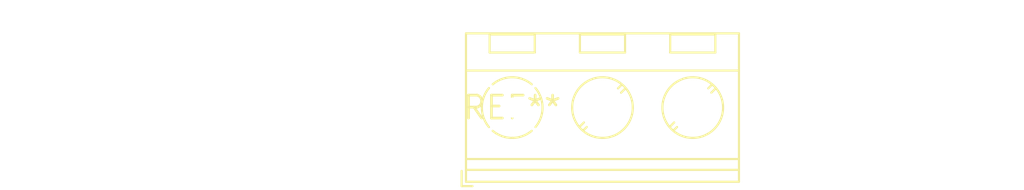
<source format=kicad_pcb>
(kicad_pcb (version 20240108) (generator pcbnew)
  (layers (0 "F.Cu" signal) (31 "B.Cu" signal) (34 "B.Paste" user) (35 "F.Paste" user) (36 "B.SilkS" user "B.Silkscreen") (37 "F.SilkS" user "F.Silkscreen") (38 "B.Mask" user) (39 "F.Mask" user) (44 "Edge.Cuts" user))
  (net 0 "")
  (footprint "TerminalBlock_RND_205-00046_1x03_P5.00mm_Horizontal" (layer "F.Cu") (at 0 0)
    (property "Reference" "REF**")
    (property "Value" "TerminalBlock_RND_205-00046_1x03_P5.00mm_Horizontal")
    (fp_line (start -2.8 3.51) (end -2.8 4.35) (layer "F.SilkS") (stroke (width 0.12)))
    (fp_line (start -2.8 4.35) (end -2.2 4.35) (layer "F.SilkS") (stroke (width 0.12)))
    (fp_line (start -2.56 -4.11) (end -2.56 4.11) (layer "F.SilkS") (stroke (width 0.12)))
    (fp_line (start -2.56 -4.11) (end 12.56 -4.11) (layer "F.SilkS") (stroke (width 0.12)))
    (fp_line (start -2.56 -2.05) (end 12.56 -2.05) (layer "F.SilkS") (stroke (width 0.12)))
    (fp_line (start -2.56 2.85) (end 12.56 2.85) (layer "F.SilkS") (stroke (width 0.12)))
    (fp_line (start -2.56 3.45) (end 12.56 3.45) (layer "F.SilkS") (stroke (width 0.12)))
    (fp_line (start -2.56 4.11) (end 12.56 4.11) (layer "F.SilkS") (stroke (width 0.12)))
    (fp_line (start -1.25 -4.05) (end -1.25 -3.05) (layer "F.SilkS") (stroke (width 0.12)))
    (fp_line (start -1.25 -4.05) (end 1.25 -4.05) (layer "F.SilkS") (stroke (width 0.12)))
    (fp_line (start -1.25 -3.05) (end 1.25 -3.05) (layer "F.SilkS") (stroke (width 0.12)))
    (fp_line (start 1.25 -4.05) (end 1.25 -3.05) (layer "F.SilkS") (stroke (width 0.12)))
    (fp_line (start 3.75 -4.05) (end 3.75 -3.05) (layer "F.SilkS") (stroke (width 0.12)))
    (fp_line (start 3.75 -4.05) (end 6.25 -4.05) (layer "F.SilkS") (stroke (width 0.12)))
    (fp_line (start 3.75 -3.05) (end 6.25 -3.05) (layer "F.SilkS") (stroke (width 0.12)))
    (fp_line (start 3.972 0.823) (end 3.726 1.069) (layer "F.SilkS") (stroke (width 0.12)))
    (fp_line (start 4.13 1.075) (end 3.931 1.274) (layer "F.SilkS") (stroke (width 0.12)))
    (fp_line (start 6.07 -1.275) (end 5.859 -1.064) (layer "F.SilkS") (stroke (width 0.12)))
    (fp_line (start 6.25 -4.05) (end 6.25 -3.05) (layer "F.SilkS") (stroke (width 0.12)))
    (fp_line (start 6.275 -1.069) (end 6.029 -0.823) (layer "F.SilkS") (stroke (width 0.12)))
    (fp_line (start 8.75 -4.05) (end 8.75 -3.05) (layer "F.SilkS") (stroke (width 0.12)))
    (fp_line (start 8.75 -4.05) (end 11.25 -4.05) (layer "F.SilkS") (stroke (width 0.12)))
    (fp_line (start 8.75 -3.05) (end 11.25 -3.05) (layer "F.SilkS") (stroke (width 0.12)))
    (fp_line (start 8.972 0.823) (end 8.726 1.069) (layer "F.SilkS") (stroke (width 0.12)))
    (fp_line (start 9.13 1.075) (end 8.931 1.274) (layer "F.SilkS") (stroke (width 0.12)))
    (fp_line (start 11.07 -1.275) (end 10.859 -1.064) (layer "F.SilkS") (stroke (width 0.12)))
    (fp_line (start 11.25 -4.05) (end 11.25 -3.05) (layer "F.SilkS") (stroke (width 0.12)))
    (fp_line (start 11.275 -1.069) (end 11.029 -0.823) (layer "F.SilkS") (stroke (width 0.12)))
    (fp_line (start 12.56 -4.11) (end 12.56 4.11) (layer "F.SilkS") (stroke (width 0.12)))
    (fp_arc (start -1.288062 1.079734) (mid -1.680752 -0.000826) (end -1.287 -1.081) (layer "F.SilkS") (stroke (width 0.12)))
    (fp_arc (start -1.079908 -1.287078) (mid 6e-05 -1.68011) (end 1.08 -1.287) (layer "F.SilkS") (stroke (width 0.12)))
    (fp_arc (start 0.028507 1.680511) (mid -0.561826 1.584071) (end -1.081 1.287) (layer "F.SilkS") (stroke (width 0.12)))
    (fp_arc (start 1.079883 1.286955) (mid 0.574594 1.578684) (end 0 1.68) (layer "F.SilkS") (stroke (width 0.12)))
    (fp_arc (start 1.287078 -1.079908) (mid 1.68011 6e-05) (end 1.287 1.08) (layer "F.SilkS") (stroke (width 0.12)))
    (fp_circle (center 5 0) (end 6.68 0) (layer "F.SilkS") (stroke (width 0.12)) (fill none))
    (fp_circle (center 10 0) (end 11.68 0) (layer "F.SilkS") (stroke (width 0.12)) (fill none))
    (pad "1" thru_hole rect (at 0 0) (size 2.1 2.1) (drill 1.1) (layers *.Cu *.Mask) (remove_unused_layers))
    (pad "2" thru_hole circle (at 5 0) (size 2.1 2.1) (drill 1.1) (layers *.Cu *.Mask) (remove_unused_layers))
    (pad "3" thru_hole circle (at 10 0) (size 2.1 2.1) (drill 1.1) (layers *.Cu *.Mask) (remove_unused_layers))
  )
)
</source>
